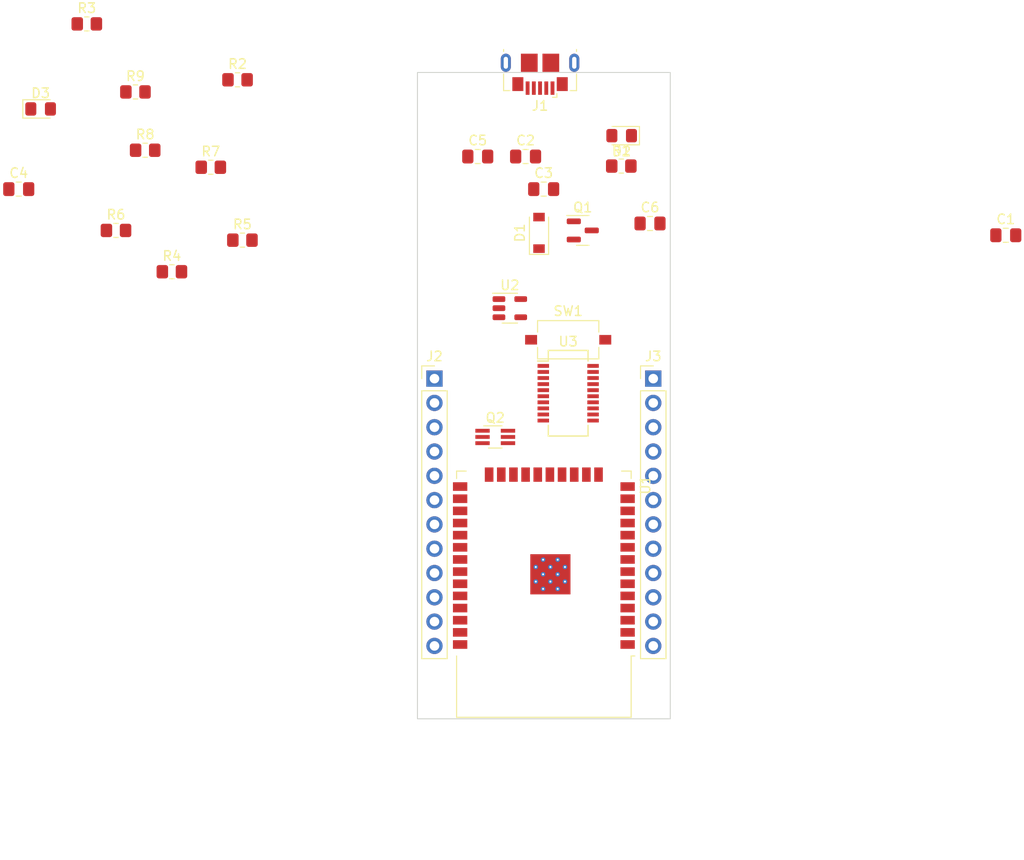
<source format=kicad_pcb>
(kicad_pcb (version 20211014) (generator pcbnew)
  (layers (0 "F.Cu" signal) (1 "In1.Cu" signal) (2 "In2.Cu" signal) (31 "B.Cu" signal) (34 "B.Paste" user) (35 "F.Paste" user) (36 "B.SilkS" user "B.Silkscreen") (37 "F.SilkS" user "F.Silkscreen") (38 "B.Mask" user) (39 "F.Mask" user) (44 "Edge.Cuts" user))
  (net 0 "")
  (net 1 "Net-(C1-Pad1)")
  (net 2 "GND")
  (net 3 "+3.3V")
  (net 4 "VBUS")
  (net 5 "Net-(C4-Pad1)")
  (net 6 "Net-(C5-Pad1)")
  (net 7 "Net-(C6-Pad1)")
  (net 8 "Net-(D2-Pad2)")
  (net 9 "Net-(D3-Pad2)")
  (net 12 "VIN")
  (net 13 "A0")
  (net 14 "A1")
  (net 15 "MOSI")
  (net 16 "MISO")
  (net 17 "SCK")
  (net 18 "SCL")
  (net 19 "SDA")
  (net 20 "RX2")
  (net 21 "TX2")
  (net 22 "MTDO")
  (net 23 "MTMS")
  (net 24 "MTCK")
  (net 25 "MTDI")
  (net 26 "GPIO21")
  (net 27 "GPIO27")
  (net 28 "GPIO32")
  (net 29 "GPIO33")
  (net 30 "A3")
  (net 31 "A4")
  (net 32 "A2")
  (net 33 "RTS")
  (net 34 "Net-(Q2-Pad2)")
  (net 35 "GPIO0")
  (net 36 "DTR")
  (net 37 "Net-(Q2-Pad5)")
  (net 38 "CHIP_PU")
  (net 39 "Net-(R3-Pad1)")
  (net 40 "Net-(R4-Pad1)")
  (net 41 "Net-(R5-Pad1)")
  (net 50 "A5")
  (net 52 "RX0")
  (net 53 "TX0")
  (net 55 "RX")
  (net 64 "TX")
  (footprint "Capacitor_SMD:C_0805_2012Metric_Pad1.18x1.45mm_HandSolder" (layer "F.Cu") (at 168.8885 89.408)
    (fp_text reference "C3" (at 0 -1.68) (layer "F.SilkS"))
    (fp_text value "0.1uF")
    (fp_line (start -0.261252 -0.735) (end 0.261252 -0.735) (layer "F.SilkS") (width 0.12))
    (fp_line (start -0.261252 0.735) (end 0.261252 0.735) (layer "F.SilkS") (width 0.12))
    (pad "1" smd roundrect (at -1.0375 0) (size 1.175 1.45) (layers "F.Cu" "F.Paste" "F.Mask") (roundrect_rratio 0.212766) (net 4 "VBUS"))
    (pad "2" smd roundrect (at 1.0375 0) (size 1.175 1.45) (layers "F.Cu" "F.Paste" "F.Mask") (roundrect_rratio 0.212766) (net 2 "GND"))
  )
  (footprint "LED_SMD:LED_0805_2012Metric_Pad1.15x1.40mm_HandSolder" (layer "F.Cu") (at 177.038 83.82 180)
    (fp_text reference "D2" (at 0 -1.65) (layer "F.SilkS"))
    (fp_text value "GREEN")
    (fp_line (start -1.86 0.96) (end 1 0.96) (layer "F.SilkS") (width 0.12))
    (fp_line (start 1 -0.96) (end -1.86 -0.96) (layer "F.SilkS") (width 0.12))
    (fp_line (start -1.86 -0.96) (end -1.86 0.96) (layer "F.SilkS") (width 0.12))
    (pad "1" smd roundrect (at -1.025 0 180) (size 1.15 1.4) (layers "F.Cu" "F.Paste" "F.Mask") (roundrect_rratio 0.217391) (net 2 "GND"))
    (pad "2" smd roundrect (at 1.025 0 180) (size 1.15 1.4) (layers "F.Cu" "F.Paste" "F.Mask") (roundrect_rratio 0.217391) (net 8 "Net-(D2-Pad2)"))
  )
  (footprint "Connector_PinHeader_2.54mm:PinHeader_1x12_P2.54mm_Vertical" (layer "F.Cu") (at 157.48 109.22)
    (fp_text reference "J2" (at 0 -2.33) (layer "F.SilkS"))
    (fp_text value "Conn_01x12")
    (fp_line (start -1.33 -1.33) (end 0 -1.33) (layer "F.SilkS") (width 0.12))
    (fp_line (start -1.33 1.27) (end 1.33 1.27) (layer "F.SilkS") (width 0.12))
    (fp_line (start -1.33 29.27) (end 1.33 29.27) (layer "F.SilkS") (width 0.12))
    (fp_line (start 1.33 1.27) (end 1.33 29.27) (layer "F.SilkS") (width 0.12))
    (fp_line (start -1.33 1.27) (end -1.33 29.27) (layer "F.SilkS") (width 0.12))
    (fp_line (start -1.33 0) (end -1.33 -1.33) (layer "F.SilkS") (width 0.12))
    (pad "1" thru_hole rect locked (at 0 0) (size 1.7 1.7) (drill 1) (layers *.Cu *.Mask) (net 12 "VIN"))
    (pad "2" thru_hole oval locked (at 0 2.54) (size 1.7 1.7) (drill 1) (layers *.Cu *.Mask) (net 30 "A3"))
    (pad "3" thru_hole oval locked (at 0 5.08) (size 1.7 1.7) (drill 1) (layers *.Cu *.Mask) (net 31 "A4"))
    (pad "4" thru_hole oval locked (at 0 7.62) (size 1.7 1.7) (drill 1) (layers *.Cu *.Mask) (net 20 "RX2"))
    (pad "5" thru_hole oval locked (at 0 10.16) (size 1.7 1.7) (drill 1) (layers *.Cu *.Mask) (net 21 "TX2"))
    (pad "6" thru_hole oval locked (at 0 12.7) (size 1.7 1.7) (drill 1) (layers *.Cu *.Mask) (net 17 "SCK"))
    (pad "7" thru_hole oval locked (at 0 15.24) (size 1.7 1.7) (drill 1) (layers *.Cu *.Mask) (net 15 "MOSI"))
    (pad "8" thru_hole oval locked (at 0 17.78) (size 1.7 1.7) (drill 1) (layers *.Cu *.Mask) (net 16 "MISO"))
    (pad "9" thru_hole oval locked (at 0 20.32) (size 1.7 1.7) (drill 1) (layers *.Cu *.Mask) (net 26 "GPIO21"))
    (pad "10" thru_hole oval locked (at 0 22.86) (size 1.7 1.7) (drill 1) (layers *.Cu *.Mask) (net 18 "SCL"))
    (pad "11" thru_hole oval locked (at 0 25.4) (size 1.7 1.7) (drill 1) (layers *.Cu *.Mask) (net 19 "SDA"))
    (pad "12" thru_hole oval locked (at 0 27.94) (size 1.7 1.7) (drill 1) (layers *.Cu *.Mask) (net 2 "GND"))
  )
  (footprint "Capacitor_SMD:C_0805_2012Metric_Pad1.18x1.45mm_HandSolder" (layer "F.Cu") (at 180 93)
    (fp_text reference "C6" (at 0 -1.68) (layer "F.SilkS"))
    (fp_text value "0.1uF")
    (fp_line (start -0.261252 0.735) (end 0.261252 0.735) (layer "F.SilkS") (width 0.12))
    (fp_line (start -0.261252 -0.735) (end 0.261252 -0.735) (layer "F.SilkS") (width 0.12))
    (pad "1" smd roundrect (at -1.0375 0) (size 1.175 1.45) (layers "F.Cu" "F.Paste" "F.Mask") (roundrect_rratio 0.212766) (net 7 "Net-(C6-Pad1)"))
    (pad "2" smd roundrect (at 1.0375 0) (size 1.175 1.45) (layers "F.Cu" "F.Paste" "F.Mask") (roundrect_rratio 0.212766) (net 2 "GND"))
  )
  (footprint "Capacitor_SMD:C_0805_2012Metric_Pad1.18x1.45mm_HandSolder" (layer "F.Cu") (at 162 86)
    (fp_text reference "C5" (at 0 -1.68) (layer "F.SilkS"))
    (fp_text value "47pF")
    (fp_line (start -0.261252 -0.735) (end 0.261252 -0.735) (layer "F.SilkS") (width 0.12))
    (fp_line (start -0.261252 0.735) (end 0.261252 0.735) (layer "F.SilkS") (width 0.12))
    (pad "1" smd roundrect (at -1.0375 0) (size 1.175 1.45) (layers "F.Cu" "F.Paste" "F.Mask") (roundrect_rratio 0.212766) (net 6 "Net-(C5-Pad1)"))
    (pad "2" smd roundrect (at 1.0375 0) (size 1.175 1.45) (layers "F.Cu" "F.Paste" "F.Mask") (roundrect_rratio 0.212766) (net 2 "GND"))
  )
  (footprint "Capacitor_SMD:C_0805_2012Metric_Pad1.18x1.45mm_HandSolder" (layer "F.Cu") (at 114.046 89.408)
    (fp_text reference "C4" (at 0 -1.68) (layer "F.SilkS"))
    (fp_text value "47pF")
    (fp_line (start -0.261252 -0.735) (end 0.261252 -0.735) (layer "F.SilkS") (width 0.12))
    (fp_line (start -0.261252 0.735) (end 0.261252 0.735) (layer "F.SilkS") (width 0.12))
    (pad "1" smd roundrect (at -1.0375 0) (size 1.175 1.45) (layers "F.Cu" "F.Paste" "F.Mask") (roundrect_rratio 0.212766) (net 5 "Net-(C4-Pad1)"))
    (pad "2" smd roundrect (at 1.0375 0) (size 1.175 1.45) (layers "F.Cu" "F.Paste" "F.Mask") (roundrect_rratio 0.212766) (net 2 "GND"))
  )
  (footprint "Resistor_SMD:R_0805_2012Metric_Pad1.20x1.40mm_HandSolder" (layer "F.Cu") (at 130.048 98.044)
    (fp_text reference "R4" (at 0 -1.65) (layer "F.SilkS"))
    (fp_text value "27")
    (fp_line (start -0.227064 0.735) (end 0.227064 0.735) (layer "F.SilkS") (width 0.12))
    (fp_line (start -0.227064 -0.735) (end 0.227064 -0.735) (layer "F.SilkS") (width 0.12))
    (pad "1" smd roundrect (at -1 0) (size 1.2 1.4) (layers "F.Cu" "F.Paste" "F.Mask") (roundrect_rratio 0.208333) (net 40 "Net-(R4-Pad1)"))
    (pad "2" smd roundrect (at 1 0) (size 1.2 1.4) (layers "F.Cu" "F.Paste" "F.Mask") (roundrect_rratio 0.208333) (net 5 "Net-(C4-Pad1)"))
  )
  (footprint "Resistor_SMD:R_0805_2012Metric_Pad1.20x1.40mm_HandSolder" (layer "F.Cu") (at 127.254 85.344)
    (fp_text reference "R8" (at 0 -1.65) (layer "F.SilkS"))
    (fp_text value "330")
    (fp_line (start -0.227064 0.735) (end 0.227064 0.735) (layer "F.SilkS") (width 0.12))
    (fp_line (start -0.227064 -0.735) (end 0.227064 -0.735) (layer "F.SilkS") (width 0.12))
    (pad "1" smd roundrect (at -1 0) (size 1.2 1.4) (layers "F.Cu" "F.Paste" "F.Mask") (roundrect_rratio 0.208333) (net 8 "Net-(D2-Pad2)"))
    (pad "2" smd roundrect (at 1 0) (size 1.2 1.4) (layers "F.Cu" "F.Paste" "F.Mask") (roundrect_rratio 0.208333) (net 3 "+3.3V"))
  )
  (footprint "RF_Module:ESP32-WROOM-32" (layer "F.Cu") (at 168.91 128.7638 180)
    (fp_text reference "U1" (at -10.61 8.43 90) (layer "F.SilkS"))
    (fp_text value "ESP32-WROOM-32")
    (fp_line (start -9.12 -15.86) (end -9.12 -9.445) (layer "F.SilkS") (width 0.12))
    (fp_line (start -9.12 9.1) (end -9.12 9.88) (layer "F.SilkS") (width 0.12))
    (fp_line (start 9.12 9.1) (end 9.12 9.88) (layer "F.SilkS") (width 0.12))
    (fp_line (start 9.12 -15.86) (end 9.12 -9.445) (layer "F.SilkS") (width 0.12))
    (fp_line (start -9.12 -9.445) (end -9.5 -9.445) (layer "F.SilkS") (width 0.12))
    (fp_line (start -9.12 -15.86) (end 9.12 -15.86) (layer "F.SilkS") (width 0.12))
    (fp_line (start 9.12 9.88) (end 8.12 9.88) (layer "F.SilkS") (width 0.12))
    (fp_line (start -9.12 9.88) (end -8.12 9.88) (layer "F.SilkS") (width 0.12))
    (pad "1" smd rect locked (at -8.75 -8.25 180) (size 1.5 0.9) (layers "F.Cu" "F.Paste" "F.Mask") (net 2 "GND"))
    (pad "2" smd rect locked (at -8.75 -6.98 180) (size 1.5 0.9) (layers "F.Cu" "F.Paste" "F.Mask") (net 3 "+3.3V"))
    (pad "3" smd rect locked (at -8.75 -5.71 180) (size 1.5 0.9) (layers "F.Cu" "F.Paste" "F.Mask") (net 38 "CHIP_PU"))
    (pad "4" smd rect locked (at -8.75 -4.44 180) (size 1.5 0.9) (layers "F.Cu" "F.Paste" "F.Mask") (net 31 "A4"))
    (pad "5" smd rect locked (at -8.75 -3.17 180) (size 1.5 0.9) (layers "F.Cu" "F.Paste" "F.Mask") (net 30 "A3"))
    (pad "6" smd rect locked (at -8.75 -1.9 180) (size 1.5 0.9) (layers "F.Cu" "F.Paste" "F.Mask") (net 32 "A2"))
    (pad "7" smd rect locked (at -8.75 -0.63 180) (size 1.5 0.9) (layers "F.Cu" "F.Paste" "F.Mask"))
    (pad "8" smd rect locked (at -8.75 0.64 180) (size 1.5 0.9) (layers "F.Cu" "F.Paste" "F.Mask") (net 28 "GPIO32"))
    (pad "9" smd rect locked (at -8.75 1.91 180) (size 1.5 0.9) (layers "F.Cu" "F.Paste" "F.Mask") (net 29 "GPIO33"))
    (pad "10" smd rect locked (at -8.75 3.18 180) (size 1.5 0.9) (layers "F.Cu" "F.Paste" "F.Mask") (net 14 "A1"))
    (pad "11" smd rect locked (at -8.75 4.45 180) (size 1.5 0.9) (layers "F.Cu" "F.Paste" "F.Mask") (net 13 "A0"))
    (pad "12" smd rect locked (at -8.75 5.72 180) (size 1.5 0.9) (layers "F.Cu" "F.Paste" "F.Mask") (net 27 "GPIO27"))
    (pad "13" smd rect locked (at -8.75 6.99 180) (size 1.5 0.9) (layers "F.Cu" "F.Paste" "F.Mask") (net 23 "MTMS"))
    (pad "14" smd rect locked (at -8.75 8.26 180) (size 1.5 0.9) (layers "F.Cu" "F.Paste" "F.Mask") (net 25 "MTDI"))
    (pad "15" smd rect locked (at -5.71 9.51 270) (size 1.5 0.9) (layers "F.Cu" "F.Paste" "F.Mask") (net 2 "GND"))
    (pad "16" smd rect locked (at -4.44 9.51 270) (size 1.5 0.9) (layers "F.Cu" "F.Paste" "F.Mask") (net 24 "MTCK"))
    (pad "17" smd rect locked (at -3.17 9.51 270) (size 1.5 0.9) (layers "F.Cu" "F.Paste" "F.Mask"))
    (pad "18" smd rect locked (at -1.9 9.51 270) (size 1.5 0.9) (layers "F.Cu" "F.Paste" "F.Mask"))
    (pad "19" smd rect locked (at -0.63 9.51 270) (size 1.5 0.9) (layers "F.Cu" "F.Paste" "F.Mask"))
    (pad "20" smd rect locked (at 0.64 9.51 270) (size 1.5 0.9) (layers "F.Cu" "F.Paste" "F.Mask"))
    (pad "21" smd rect locked (at 1.91 9.51 270) (size 1.5 0.9) (layers "F.Cu" "F.Paste" "F.Mask"))
    (pad "22" smd rect locked (at 3.18 9.51 270) (size 1.5 0.9) (layers "F.Cu" "F.Paste" "F.Mask"))
    (pad "23" smd rect locked (at 4.45 9.51 270) (size 1.5 0.9) (layers "F.Cu" "F.Paste" "F.Mask") (net 22 "MTDO"))
    (pad "24" smd rect locked (at 5.72 9.51 270) (size 1.5 0.9) (layers "F.Cu" "F.Paste" "F.Mask"))
    (pad "25" smd rect locked (at 8.75 8.26 180) (size 1.5 0.9) (layers "F.Cu" "F.Paste" "F.Mask") (net 35 "GPIO0"))
    (pad "26" smd rect locked (at 8.75 6.99 180) (size 1.5 0.9) (layers "F.Cu" "F.Paste" "F.Mask") (net 50 "A5"))
    (pad "27" smd rect locked (at 8.75 5.72 180) (size 1.5 0.9) (layers "F.Cu" "F.Paste" "F.Mask") (net 20 "RX2"))
    (pad "28" smd rect locked (at 8.75 4.45 180) (size 1.5 0.9) (layers "F.Cu" "F.Paste" "F.Mask") (net 21 "TX2"))
    (pad "29" smd rect locked (at 8.75 3.18 180) (size 1.5 0.9) (layers "F.Cu" "F.Paste" "F.Mask") (net 17 "SCK"))
    (pad "30" smd rect locked (at 8.75 1.91 180) (size 1.5 0.9) (layers "F.Cu" "F.Paste" "F.Mask") (net 15 "MOSI"))
    (pad "31" smd rect locked (at 8.75 0.64 180) (size 1.5 0.9) (layers "F.Cu" "F.Paste" "F.Mask") (net 16 "MISO"))
    (pad "32" smd rect locked (at 8.75 -0.63 180) (size 1.5 0.9) (layers "F.Cu" "F.Paste" "F.Mask"))
    (pad "33" smd rect locked (at 8.75 -1.9 180) (size 1.5 0.9) (layers "F.Cu" "F.Paste" "F.Mask") (net 26 "GPIO21"))
    (pad "34" smd rect locked (at 8.75 -3.17 180) (size 1.5 0.9) (layers "F.Cu" "F.Paste" "F.Mask") (net 52 "RX0"))
    (pad "35" smd rect locked (at 8.75 -4.44 180) (size 1.5 0.9) (layers "F.Cu" "F.Paste" "F.Mask") (net 53 "TX0"))
    (pad "36" smd rect locked (at 8.75 -5.71 180) (size 1.5 0.9) (layers "F.Cu" "F.Paste" "F.Mask") (net 18 "SCL"))
    (pad "37" smd rect locked (at 8.75 -6.98 180) (size 1.5 0.9) (layers "F.Cu" "F.Paste" "F.Mask") (net 19 "SDA"))
    (pad "38" smd rect locked (at 8.75 -8.25 180) (size 1.5 0.9) (layers "F.Cu" "F.Paste" "F.Mask") (net 2 "GND"))
    (pad "39" smd rect locked (at -0.68 0.615 180) (size 1.05 1.05) (layers "F.Cu" "F.Paste") (net 2 "GND"))
    (pad "39" thru_hole circle locked (at -1.4425 -0.91 180) (size 0.475 0.475) (drill 0.2) (property pad_prop_heatsink) (layers *.Cu "F.Mask") (net 2 "GND"))
    (pad "39" thru_hole circle locked (at 0.845 -1.6725 180) (size 0.475 0.475) (drill 0.2) (property pad_prop_heatsink) (layers *.Cu "F.Mask") (net 2 "GND"))
    (pad "39" smd rect locked (at 0.845 -0.91 180) (size 1.05 1.05) (layers "F.Cu" "F.Paste") (net 2 "GND"))
    (pad "39" smd rect locked (at -2.205 0.615 180) (size 1.05 1.05) (layers "F.Cu" "F.Paste") (net 2 "GND"))
    (pad "39" thru_hole circle locked (at 0.0825 -0.91 180) (size 0.475 0.475) (drill 0.2) (property pad_prop_heatsink) (layers *.Cu "F.Mask") (net 2 "GND"))
    (pad "39" thru_hole circle locked (at -0.68 -0.1475 180) (size 0.475 0.475) (drill 0.2) (property pad_prop_heatsink) (layers *.Cu "F.Mask") (net 2 "GND"))
    (pad "39" thru_hole circle locked (at -1.4425 -2.435 180) (size 0.475 0.475) (drill 0.2) (property pad_prop_heatsink) (layers *.Cu "F.Mask") (net 2 "GND"))
    (pad "39" smd rect locked (at -2.205 -2.435 180) (size 1.05 1.05) (layers "F.Cu" "F.Paste") (net 2 "GND"))
    (pad "39" thru_hole circle locked (at -1.4425 0.615 180) (size 0.475 0.475) (drill 0.2) (property pad_prop_heatsink) (layers *.Cu "F.Mask") (net 2 "GND"))
    (pad "39" smd rect locked (at -2.205 -0.91 180) (size 1.05 1.05) (layers "F.Cu" "F.Paste") (net 2 "GND"))
    (pad "39" smd rect locked (at -0.68 -0.91 180) (size 4.2 4.2) (layers "F.Cu" "F.Mask") (net 2 "GND"))
    (pad "39" smd rect locked (at 0.845 0.615 180) (size 1.05 1.05) (layers "F.Cu" "F.Paste") (net 2 "GND"))
    (pad "39" thru_hole circle locked (at -2.205 -0.1475 180) (size 0.475 0.475) (drill 0.2) (property pad_prop_heatsink) (layers *.Cu "F.Mask") (net 2 "GND"))
    (pad "39" thru_hole circle locked (at -0.68 -1.6725 180) (size 0.475 0.475) (drill 0.2) (property pad_prop_heatsink) (layers *.Cu "F.Mask") (net 2 "GND"))
    (pad "39" smd rect locked (at 0.845 -2.435 180) (size 1.05 1.05) (layers "F.Cu" "F.Paste") (net 2 "GND"))
    (pad "39" thru_hole circle locked (at 0.0825 0.615 180) (size 0.475 0.475) (drill 0.2) (property pad_prop_heatsink) (layers *.Cu "F.Mask") (net 2 "GND"))
    (pad "39" thru_hole circle locked (at -2.205 -1.6725 180) (size 0.475 0.475) (drill 0.2) (property pad_prop_heatsink) (layers *.Cu "F.Mask") (net 2 "GND"))
    (pad "39" smd rect locked (at -0.68 -0.91 180) (size 1.05 1.05) (layers "F.Cu" "F.Paste") (net 2 "GND"))
    (pad "39" thru_hole circle locked (at 0.845 -0.1475 180) (size 0.475 0.475) (drill 0.2) (property pad_prop_heatsink) (layers *.Cu "F.Mask") (net 2 "GND"))
    (pad "39" smd rect locked (at -0.68 -2.435 180) (size 1.05 1.05) (layers "F.Cu" "F.Paste") (net 2 "GND"))
    (pad "39" thru_hole circle locked (at 0.0825 -2.435 180) (size 0.475 0.475) (drill 0.2) (property pad_prop_heatsink) (layers *.Cu "F.Mask") (net 2 "GND"))
  )
  (footprint "Package_TO_SOT_SMD:SOT-363_SC-70-6_Handsoldering" (layer "F.Cu") (at 163.83 115.316)
    (fp_text reference "Q2" (at 0 -2) (layer "F.SilkS"))
    (fp_text value "MBT3904DW1")
    (fp_line (start 0.7 -1.16) (end -1.2 -1.16) (layer "F.SilkS") (width 0.12))
    (fp_line (start -0.7 1.16) (end 0.7 1.16) (layer "F.SilkS") (width 0.12))
    (pad "1" smd rect (at -1.33 -0.65) (size 1.5 0.4) (layers "F.Cu" "F.Paste" "F.Mask") (net 33 "RTS"))
    (pad "2" smd rect (at -1.33 0) (size 1.5 0.4) (layers "F.Cu" "F.Paste" "F.Mask") (net 34 "Net-(Q2-Pad2)"))
    (pad "3" smd rect (at -1.33 0.65) (size 1.5 0.4) (layers "F.Cu" "F.Paste" "F.Mask") (net 35 "GPIO0"))
    (pad "4" smd rect (at 1.33 0.65) (size 1.5 0.4) (layers "F.Cu" "F.Paste" "F.Mask") (net 36 "DTR"))
    (pad "5" smd rect (at 1.33 0) (size 1.5 0.4) (layers "F.Cu" "F.Paste" "F.Mask") (net 37 "Net-(Q2-Pad5)"))
    (pad "6" smd rect (at 1.33 -0.65) (size 1.5 0.4) (layers "F.Cu" "F.Paste" "F.Mask") (net 38 "CHIP_PU"))
  )
  (footprint "Resistor_SMD:R_0805_2012Metric_Pad1.20x1.40mm_HandSolder" (layer "F.Cu") (at 121.158 72.136)
    (fp_text reference "R3" (at 0 -1.65) (layer "F.SilkS"))
    (fp_text value "100k")
    (fp_line (start -0.227064 0.735) (end 0.227064 0.735) (layer "F.SilkS") (width 0.12))
    (fp_line (start -0.227064 -0.735) (end 0.227064 -0.735) (layer "F.SilkS") (width 0.12))
    (pad "1" smd roundrect (at -1 0) (size 1.2 1.4) (layers "F.Cu" "F.Paste" "F.Mask") (roundrect_rratio 0.208333) (net 39 "Net-(R3-Pad1)"))
    (pad "2" smd roundrect (at 1 0) (size 1.2 1.4) (layers "F.Cu" "F.Paste" "F.Mask") (roundrect_rratio 0.208333) (net 1 "Net-(C1-Pad1)"))
  )
  (footprint "Resistor_SMD:R_0805_2012Metric_Pad1.20x1.40mm_HandSolder" (layer "F.Cu") (at 137.414 94.742)
    (fp_text reference "R5" (at 0 -1.65) (layer "F.SilkS"))
    (fp_text value "27")
    (fp_line (start -0.227064 -0.735) (end 0.227064 -0.735) (layer "F.SilkS") (width 0.12))
    (fp_line (start -0.227064 0.735) (end 0.227064 0.735) (layer "F.SilkS") (width 0.12))
    (pad "1" smd roundrect (at -1 0) (size 1.2 1.4) (layers "F.Cu" "F.Paste" "F.Mask") (roundrect_rratio 0.208333) (net 41 "Net-(R5-Pad1)"))
    (pad "2" smd roundrect (at 1 0) (size 1.2 1.4) (layers "F.Cu" "F.Paste" "F.Mask") (roundrect_rratio 0.208333) (net 6 "Net-(C5-Pad1)"))
  )
  (footprint "Resistor_SMD:R_0805_2012Metric_Pad1.20x1.40mm_HandSolder" (layer "F.Cu") (at 126.238 79.248)
    (fp_text reference "R9" (at 0 -1.65) (layer "F.SilkS"))
    (fp_text value "330")
    (fp_line (start -0.227064 -0.735) (end 0.227064 -0.735) (layer "F.SilkS") (width 0.12))
    (fp_line (start -0.227064 0.735) (end 0.227064 0.735) (layer "F.SilkS") (width 0.12))
    (pad "1" smd roundrect (at -1 0) (size 1.2 1.4) (layers "F.Cu" "F.Paste" "F.Mask") (roundrect_rratio 0.208333) (net 9 "Net-(D3-Pad2)"))
    (pad "2" smd roundrect (at 1 0) (size 1.2 1.4) (layers "F.Cu" "F.Paste" "F.Mask") (roundrect_rratio 0.208333) (net 29 "GPIO33"))
  )
  (footprint "Resistor_SMD:R_0805_2012Metric_Pad1.20x1.40mm_HandSolder" (layer "F.Cu") (at 136.906 77.978)
    (fp_text reference "R2" (at 0 -1.65) (layer "F.SilkS"))
    (fp_text value "10k")
    (fp_line (start -0.227064 0.735) (end 0.227064 0.735) (layer "F.SilkS") (width 0.12))
    (fp_line (start -0.227064 -0.735) (end 0.227064 -0.735) (layer "F.SilkS") (width 0.12))
    (pad "1" smd roundrect (at -1 0) (size 1.2 1.4) (layers "F.Cu" "F.Paste" "F.Mask") (roundrect_rratio 0.208333) (net 3 "+3.3V"))
    (pad "2" smd roundrect (at 1 0) (size 1.2 1.4) (layers "F.Cu" "F.Paste" "F.Mask") (roundrect_rratio 0.208333) (net 38 "CHIP_PU"))
  )
  (footprint "Resistor_SMD:R_0805_2012Metric_Pad1.20x1.40mm_HandSolder" (layer "F.Cu") (at 124.206 93.726)
    (fp_text reference "R6" (at 0 -1.65) (layer "F.SilkS"))
    (fp_text value "10k")
    (fp_line (start -0.227064 -0.735) (end 0.227064 -0.735) (layer "F.SilkS") (width 0.12))
    (fp_line (start -0.227064 0.735) (end 0.227064 0.735) (layer "F.SilkS") (width 0.12))
    (pad "1" smd roundrect (at -1 0) (size 1.2 1.4) (layers "F.Cu" "F.Paste" "F.Mask") (roundrect_rratio 0.208333) (net 36 "DTR"))
    (pad "2" smd roundrect (at 1 0) (size 1.2 1.4) (layers "F.Cu" "F.Paste" "F.Mask") (roundrect_rratio 0.208333) (net 34 "Net-(Q2-Pad2)"))
  )
  (footprint "Package_TO_SOT_SMD:SOT-23-5" (layer "F.Cu") (at 165.354 101.854)
    (fp_text reference "U2" (at 0 -2.4) (layer "F.SilkS"))
    (fp_text value "AP2112K-3.3")
    (fp_line (start 0 -1.56) (end 0.8 -1.56) (layer "F.SilkS") (width 0.12))
    (fp_line (start 0 1.56) (end 0.8 1.56) (layer "F.SilkS") (width 0.12))
    (fp_line (start 0 1.56) (end -0.8 1.56) (layer "F.SilkS") (width 0.12))
    (fp_line (start 0 -1.56) (end -1.8 -1.56) (layer "F.SilkS") (width 0.12))
    (pad "1" smd roundrect (at -1.1375 -0.95) (size 1.325 0.6) (layers "F.Cu" "F.Paste" "F.Mask") (net 1 "Net-(C1-Pad1)"))
    (pad "2" smd roundrect (at -1.1375 0) (size 1.325 0.6) (layers "F.Cu" "F.Paste" "F.Mask") (net 2 "GND"))
    (pad "3" smd roundrect (at -1.1375 0.95) (size 1.325 0.6) (layers "F.Cu" "F.Paste" "F.Mask") (net 39 "Net-(R3-Pad1)"))
    (pad "4" smd roundrect (at 1.1375 0.95) (size 1.325 0.6) (layers "F.Cu" "F.Paste" "F.Mask"))
    (pad "5" smd roundrect (at 1.1375 -0.95) (size 1.325 0.6) (layers "F.Cu" "F.Paste" "F.Mask") (net 3 "+3.3V"))
  )
  (footprint "Capacitor_SMD:C_0805_2012Metric_Pad1.18x1.45mm_HandSolder" (layer "F.Cu") (at 217.17 94.234)
    (fp_text reference "C1" (at 0 -1.68) (layer "F.SilkS"))
    (fp_text value "1uF")
    (fp_line (start -0.261252 0.735) (end 0.261252 0.735) (layer "F.SilkS") (width 0.12))
    (fp_line (start -0.261252 -0.735) (end 0.261252 -0.735) (layer "F.SilkS") (width 0.12))
    (pad "1" smd roundrect (at -1.0375 0) (size 1.175 1.45) (layers "F.Cu" "F.Paste" "F.Mask") (roundrect_rratio 0.212766) (net 1 "Net-(C1-Pad1)"))
    (pad "2" smd roundrect (at 1.0375 0) (size 1.175 1.45) (layers "F.Cu" "F.Paste" "F.Mask") (roundrect_rratio 0.212766) (net 2 "GND"))
  )
  (footprint "Connector_USB:USB_Micro-B_GCT_USB3076-30-A" (layer "F.Cu") (at 168.511 77.4 180)
    (fp_text reference "J1" (at 0 -3.3) (layer "F.SilkS"))
    (fp_text value "USB_B_Micro")
    (fp_line (start 3.81 -1.71) (end 3.16 -1.71) (layer "F.SilkS") (width 0.12))
    (fp_line (start -3.81 0.02) (end -3.81 -1.71) (layer "F.SilkS") (width 0.12))
    (fp_line (start -3.81 2.59) (end -3.81 2.38) (layer "F.SilkS") (width 0.12))
    (fp_line (start -1.76 -2.41) (end -1.31 -2.41) (layer "F.SilkS") (width 0.12))
    (fp_line (start 3.81 2.59) (end 3.81 2.38) (layer "F.SilkS") (width 0.12))
    (fp_line (start -1.76 -2.41) (end -1.76 -2.02) (layer "F.SilkS") (width 0.12))
    (fp_line (start 3.81 0.02) (end 3.81 -1.71) (layer "F.SilkS") (width 0.12))
    (fp_line (start -3.81 -1.71) (end -3.15 -1.71) (layer "F.SilkS") (width 0.12))
    (pad "1" smd rect (at -1.3 -1.45 180) (size 0.4 1.4) (layers "F.Cu" "F.Paste" "F.Mask") (net 4 "VBUS"))
    (pad "2" smd rect (at -0.65 -1.45 180) (size 0.4 1.4) (layers "F.Cu" "F.Paste" "F.Mask") (net 5 "Net-(C4-Pad1)"))
    (pad "3" smd rect (at 0 -1.45 180) (size 0.4 1.4) (layers "F.Cu" "F.Paste" "F.Mask") (net 6 "Net-(C5-Pad1)"))
    (pad "4" smd rect (at 0.65 -1.45 180) (size 0.4 1.4) (layers "F.Cu" "F.Paste" "F.Mask"))
    (pad "5" smd rect (at 1.3 -1.45 180) (size 0.4 1.4) (layers "F.Cu" "F.Paste" "F.Mask") (net 2 "GND"))
    (pad "6" smd rect (at 2.32 -1.03 180) (size 1.15 1.45) (layers "F.Cu" "F.Paste" "F.Mask"))
    (pad "6" smd rect (at -2.32 -1.03 180) (size 1.15 1.45) (layers "F.Cu" "F.Paste" "F.Mask"))
    (pad "6" smd rect (at 1.125 1.2 180) (size 1.75 1.9) (layers "F.Cu" "F.Paste" "F.Mask"))
    (pad "6" thru_hole oval (at 3.575 1.2 180) (size 1.05 1.9) (drill oval 0.45 1.25) (layers *.Cu *.Mask))
    (pad "6" thru_hole oval (at -3.575 1.2) (size 1.05 1.9) (drill oval 0.45 1.25) (layers *.Cu *.Mask))
    (pad "6" smd rect (at -1.125 1.2 180) (size 1.75 1.9) (layers "F.Cu" "F.Paste" "F.Mask"))
  )
  (footprint "Package_TO_SOT_SMD:SOT-23" (layer "F.Cu") (at 172.974 93.726)
    (fp_text reference "Q1" (at 0 -2.4) (layer "F.SilkS"))
    (fp_text value "Q_PMOS_GSD")
    (fp_line (start 0 -1.56) (end 0.65 -1.56) (layer "F.SilkS") (width 0.12))
    (fp_line (start 0 1.56) (end 0.65 1.56) (layer "F.SilkS") (width 0.12))
    (fp_line (start 0 1.56) (end -0.65 1.56) (layer "F.SilkS") (width 0.12))
    (fp_line (start 0 -1.56) (end -1.675 -1.56) (layer "F.SilkS") (width 0.12))
    (pad "1" smd roundrect (at -0.9375 -0.95) (size 1.475 0.6) (layers "F.Cu" "F.Paste" "F.Mask") (net 4 "VBUS"))
    (pad "2" smd roundrect (at -0.9375 0.95) (size 1.475 0.6) (layers "F.Cu" "F.Paste" "F.Mask") (net 1 "Net-(C1-Pad1)"))
    (pad "3" smd roundrect (at 0.9375 0) (size 1.475 0.6) (layers "F.Cu" "F.Paste" "F.Mask") (net 12 "VIN"))
  )
  (footprint "Diode_SMD:D_SOD-123" (layer "F.Cu") (at 168.402 93.98 90)
    (fp_text reference "D1" (at 0 -2 90) (layer "F.SilkS"))
    (fp_text value "D_Schottky")
    (fp_line (start -2.25 -1) (end 1.65 -1) (layer "F.SilkS") (width 0.12))
    (fp_line (start -2.25 -1) (end -2.25 1) (layer "F.SilkS") (width 0.12))
    (fp_line (start -2.25 1) (end 1.65 1) (layer "F.SilkS") (width 0.12))
    (pad "1" smd rect (at -1.65 0 90) (size 0.9 1.2) (layers "F.Cu" "F.Paste" "F.Mask") (net 1 "Net-(C1-Pad1)"))
    (pad "2" smd rect (at 1.65 0 90) (size 0.9 1.2) (layers "F.Cu" "F.Paste" "F.Mask") (net 4 "VBUS"))
  )
  (footprint "Connector_PinHeader_2.54mm:PinHeader_1x12_P2.54mm_Vertical" (layer "F.Cu") (at 180.34 109.22)
    (fp_text reference "J3" (at 0 -2.33) (layer "F.SilkS"))
    (fp_text value "Conn_01x12")
    (fp_line (start -1.33 -1.33) (end 0 -1.33) (layer "F.SilkS") (width 0.12))
    (fp_line (start -1.33 1.27) (end -1.33 29.27) (layer "F.SilkS") (width 0.12))
    (fp_line (start -1.33 0) (end -1.33 -1.33) (layer "F.SilkS") (width 0.12))
    (fp_line (start -1.33 1.27) (end 1.33 1.27) (layer "F.SilkS") (width 0.12))
    (fp_line (start -1.33 29.27) (end 1.33 29.27) (layer "F.SilkS") (width 0.12))
    (fp_line (start 1.33 1.27) (end 1.33 29.27) (layer "F.SilkS") (width 0.12))
    (pad "1" thru_hole rect locked (at 0 0) (size 1.7 1.7) (drill 1) (layers *.Cu *.Mask) (net 2 "GND"))
    (pad "2" thru_hole oval locked (at 0 2.54) (size 1.7 1.7) (drill 1) (layers *.Cu *.Mask) (net 3 "+3.3V"))
    (pad "3" thru_hole oval locked (at 0 5.08) (size 1.7 1.7) (drill 1) (layers *.Cu *.Mask) (net 32 "A2"))
    (pad "4" thru_hole oval locked (at 0 7.62) (size 1.7 1.7) (drill 1) (layers *.Cu *.Mask) (net 28 "GPIO32"))
    (pad "5" thru_hole oval locked (at 0 10.16) (size 1.7 1.7) (drill 1) (layers *.Cu *.Mask) (net 29 "GPIO33"))
    (pad "6" thru_hole oval locked (at 0 12.7) (size 1.7 1.7) (drill 1) (layers *.Cu *.Mask) (net 14 "A1"))
    (pad "7" thru_hole oval locked (at 0 15.24) (size 1.7 1.7) (drill 1) (layers *.Cu *.Mask) (net 13 "A0"))
    (pad "8" thru_hole oval locked (at 0 17.78) (size 1.7 1.7) (drill 1) (layers *.Cu *.Mask) (net 27 "GPIO27"))
    (pad "9" thru_hole oval locked (at 0 20.32) (size 1.7 1.7) (drill 1) (layers *.Cu *.Mask) (net 23 "MTMS"))
    (pad "10" thru_hole oval locked (at 0 22.86) (size 1.7 1.7) (drill 1) (layers *.Cu *.Mask) (net 25 "MTDI"))
    (pad "11" thru_hole oval locked (at 0 25.4) (size 1.7 1.7) (drill 1) (layers *.Cu *.Mask) (net 24 "MTCK"))
    (pad "12" thru_hole oval locked (at 0 27.94) (size 1.7 1.7) (drill 1) (layers *.Cu *.Mask) (net 22 "MTDO"))
  )
  (footprint "Capacitor_SMD:C_0805_2012Metric_Pad1.18x1.45mm_HandSolder" (layer "F.Cu") (at 167 86)
    (fp_text reference "C2" (at 0 -1.68) (layer "F.SilkS"))
    (fp_text value "1uF")
    (fp_line (start -0.261252 -0.735) (end 0.261252 -0.735) (layer "F.SilkS") (width 0.12))
    (fp_line (start -0.261252 0.735) (end 0.261252 0.735) (layer "F.SilkS") (width 0.12))
    (pad "1" smd roundrect (at -1.0375 0) (size 1.175 1.45) (layers "F.Cu" "F.Paste" "F.Mask") (roundrect_rratio 0.212766) (net 3 "+3.3V"))
    (pad "2" smd roundrect (at 1.0375 0) (size 1.175 1.45) (layers "F.Cu" "F.Paste" "F.Mask") (roundrect_rratio 0.212766) (net 2 "GND"))
  )
  (footprint "LED_SMD:LED_0805_2012Metric_Pad1.15x1.40mm_HandSolder" (layer "F.Cu") (at 116.332 81.026)
    (fp_text reference "D3" (at 0 -1.65) (layer "F.SilkS"))
    (fp_text value "RED")
    (fp_line (start 1 -0.96) (end -1.86 -0.96) (layer "F.SilkS") (width 0.12))
    (fp_line (start -1.86 0.96) (end 1 0.96) (layer "F.SilkS") (width 0.12))
    (fp_line (start -1.86 -0.96) (end -1.86 0.96) (layer "F.SilkS") (width 0.12))
    (pad "1" smd roundrect (at -1.025 0) (size 1.15 1.4) (layers "F.Cu" "F.Paste" "F.Mask") (roundrect_rratio 0.217391) (net 2 "GND"))
    (pad "2" smd roundrect (at 1.025 0) (size 1.15 1.4) (layers "F.Cu" "F.Paste" "F.Mask") (roundrect_rratio 0.217391) (net 9 "Net-(D3-Pad2)"))
  )
  (footprint "Resistor_SMD:R_0805_2012Metric_Pad1.20x1.40mm_HandSolder" (layer "F.Cu") (at 134.112 87.122)
    (fp_text reference "R7" (at 0 -1.65) (layer "F.SilkS"))
    (fp_text value "10k")
    (fp_line (start -0.227064 -0.735) (end 0.227064 -0.735) (layer "F.SilkS") (width 0.12))
    (fp_line (start -0.227064 0.735) (end 0.227064 0.735) (layer "F.SilkS") (width 0.12))
    (pad "1" smd roundrect (at -1 0) (size 1.2 1.4) (layers "F.Cu" "F.Paste" "F.Mask") (roundrect_rratio 0.208333) (net 33 "RTS"))
    (pad "2" smd roundrect (at 1 0) (size 1.2 1.4) (layers "F.Cu" "F.Paste" "F.Mask") (roundrect_rratio 0.208333) (net 37 "Net-(Q2-Pad5)"))
  )
  (footprint "Resistor_SMD:R_0805_2012Metric_Pad1.20x1.40mm_HandSolder" (layer "F.Cu") (at 177 87)
    (fp_text reference "R1" (at 0 -1.65) (layer "F.SilkS"))
    (fp_text value "10k")
    (fp_line (start -0.227064 0.735) (end 0.227064 0.735) (layer "F.SilkS") (width 0.12))
    (fp_line (start -0.227064 -0.735) (end 0.227064 -0.735) (layer "F.SilkS") (width 0.12))
    (pad "1" smd roundrect (at -1 0) (size 1.2 1.4) (layers "F.Cu" "F.Paste" "F.Mask") (roundrect_rratio 0.208333) (net 4 "VBUS"))
    (pad "2" smd roundrect (at 1 0) (size 1.2 1.4) (layers "F.Cu" "F.Paste" "F.Mask") (roundrect_rratio 0.208333) (net 2 "GND"))
  )
  (footprint "Package_SO:SSOP-20_3.9x8.7mm_P0.635mm" (layer "F.Cu") (at 171.45 110.744)
    (fp_text reference "U3" (at 0 -5.4) (layer "F.SilkS"))
    (fp_text value "FT231XS")
    (fp_line (start 2.075 4.475) (end 2.075 3.365) (layer "F.SilkS") (width 0.15))
    (fp_line (start -2.075 4.475) (end -2.075 3.365) (layer "F.SilkS") (width 0.15))
    (fp_line (start -2.075 4.475) (end 2.075 4.475) (layer "F.SilkS") (width 0.15))
    (fp_line (start -2.075 -3.365) (end -2.075 -4.475) (layer "F.SilkS") (width 0.15))
    (fp_line (start -2.075 -3.365) (end -3.2 -3.365) (layer "F.SilkS") (width 0.15))
    (fp_line (start 2.075 -4.475) (end 2.075 -3.365) (layer "F.SilkS") (width 0.15))
    (fp_line (start -2.075 -4.475) (end 2.075 -4.475) (layer "F.SilkS") (width 0.15))
    (pad "1" smd rect (at -2.6 -2.8575) (size 1.2 0.4) (layers "F.Cu" "F.Paste" "F.Mask") (net 36 "DTR"))
    (pad "2" smd rect (at -2.6 -2.2225) (size 1.2 0.4) (layers "F.Cu" "F.Paste" "F.Mask") (net 33 "RTS"))
    (pad "3" smd rect (at -2.6 -1.5875) (size 1.2 0.4) (layers "F.Cu" "F.Paste" "F.Mask") (net 7 "Net-(C6-Pad1)"))
    (pad "4" smd rect (at -2.6 -0.9525) (size 1.2 0.4) (layers "F.Cu" "F.Paste" "F.Mask") (net 55 "RX"))
    (pad "5" smd rect (at -2.6 -0.3175) (size 1.2 0.4) (layers "F.Cu" "F.Paste" "F.Mask"))
    (pad "6" smd rect (at -2.6 0.3175) (size 1.2 0.4) (layers "F.Cu" "F.Paste" "F.Mask") (net 2 "GND"))
    (pad "7" smd rect (at -2.6 0.9525) (size 1.2 0.4) (layers "F.Cu" "F.Paste" "F.Mask"))
    (pad "8" smd rect (at -2.6 1.5875) (size 1.2 0.4) (layers "F.Cu" "F.Paste" "F.Mask"))
    (pad "9" smd rect (at -2.6 2.2225) (size 1.2 0.4) (layers "F.Cu" "F.Paste" "F.Mask"))
    (pad "10" smd rect (at -2.6 2.8575) (size 1.2 0.4) (layers "F.Cu" "F.Paste" "F.Mask"))
    (pad "11" smd rect (at 2.6 2.8575) (size 1.2 0.4) (layers "F.Cu" "F.Paste" "F.Mask") (net 41 "Net-(R5-Pad1)"))
    (pad "12" smd rect (at 2.6 2.2225) (size 1.2 0.4) (layers "F.Cu" "F.Paste" "F.Mask") (net 40 "Net-(R4-Pad1)"))
    (pad "13" smd rect (at 2.6 1.5875) (size 1.2 0.4) (layers "F.Cu" "F.Paste" "F.Mask") (net 7 "Net-(C6-Pad1)"))
    (pad "14" smd rect (at 2.6 0.9525) (size 1.2 0.4) (layers "F.Cu" "F.Paste" "F.Mask") (net 7 "Net-(C6-Pad1)"))
    (pad "15" smd rect (at 2.6 0.3175) (size 1.2 0.4) (layers "F.Cu" "F.Paste" "F.Mask") (net 4 "VBUS"))
    (pad "16" smd rect (at 2.6 -0.3175) (size 1.2 0.4) (layers "F.Cu" "F.Paste" "F.Mask") (net 2 "GND"))
    (pad "17" smd rect (at 2.6 -0.9525) (size 1.2 0.4) (layers "F.Cu" "F.Paste" "F.Mask"))
    (pad "18" smd rect (at 2.6 -1.5875) (size 1.2 0.4) (layers "F.Cu" "F.Paste" "F.Mask"))
    (pad "19" smd rect (at 2.6 -2.2225) (size 1.2 0.4) (layers "F.Cu" "F.Paste" "F.Mask"))
    (pad "20" smd rect (at 2.6 -2.8575) (size 1.2 0.4) (layers "F.Cu" "F.Paste" "F.Mask") (net 64 "TX"))
  )
  (footprint "Button_Switch_SMD:SW_Tactile_SPST_NO_Straight_CK_PTS636Sx25SMTRLFS" (layer "F.Cu") (at 171.45 105.156)
    (fp_text reference "SW1" (at 0 -3 unlocked) (layer "F.SilkS"))
    (fp_text value "SW_Push")
    (fp_line (start 3.2 -0.8) (end 3.2 -2) (layer "F.SilkS") (width 0.12))
    (fp_line (start 3.2 2) (end 3.2 0.8) (layer "F.SilkS") (width 0.12))
    (fp_line (start -3.2 2) (end 3.2 2) (layer "F.SilkS") (width 0.12))
    (fp_line (start -3.2 0.8) (end -3.2 2) (layer "F.SilkS") (width 0.12))
    (fp_line (start -3.2 -2) (end -3.2 -0.8) (layer "F.SilkS") (width 0.12))
    (fp_line (start 3.2 -2) (end -3.2 -2) (layer "F.SilkS") (width 0.12))
    (pad "1" smd rect (at -3.875 0) (size 1.25 1) (layers "F.Cu" "F.Paste" "F.Mask") (net 2 "GND"))
    (pad "2" smd rect (at 3.875 0) (size 1.25 1) (layers "F.Cu" "F.Paste" "F.Mask") (net 38 "CHIP_PU"))
  )
  (gr_rect (start 182.118 144.78) (end 155.702 77.216) (layer "Edge.Cuts") (width 0.1) (fill none))
)
</source>
